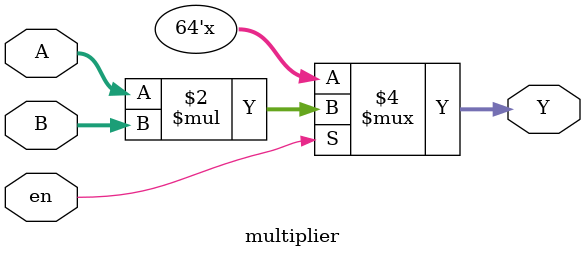
<source format=v>
module multiplier(
    input wire [31:0]  A,
    input wire [31:0]  B,
    input wire         en,
    output reg [63:0] Y
    );

always @ (A, B, en)
begin
    if (en) Y = A * B;
end    
    
endmodule

</source>
